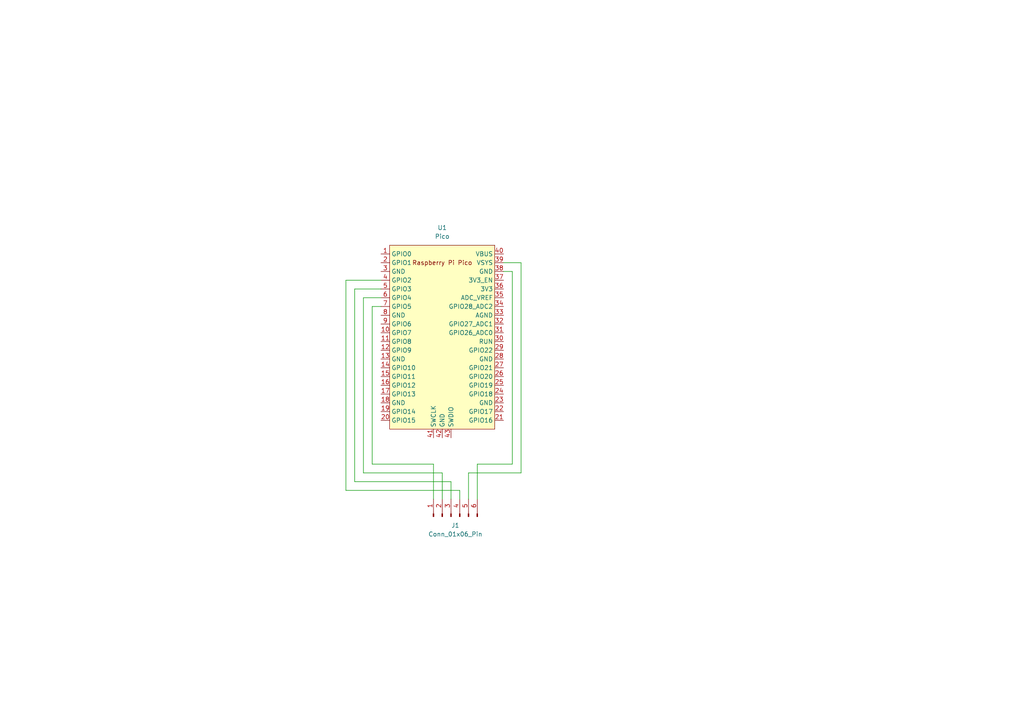
<source format=kicad_sch>
(kicad_sch (version 20230121) (generator eeschema)
  (paper "A4")
  (lib_symbols
    (symbol "Connector:Conn_01x06_Pin" (pin_names (offset 1.016) hide)
      (property "Reference" "J" (at 0 7.62 0))
      (property "Value" "Conn_01x06_Pin" (at 0 -10.16 0))
      (symbol "Conn_01x06_Pin_1_1"
        (polyline (pts (xy 1.27 -7.62) (xy 0.8636 -7.62)) (stroke (width 0.1524)))
        (polyline (pts (xy 1.27 -5.08) (xy 0.8636 -5.08)) (stroke (width 0.1524)))
        (polyline (pts (xy 1.27 -2.54) (xy 0.8636 -2.54)) (stroke (width 0.1524)))
        (polyline (pts (xy 1.27 0) (xy 0.8636 0)) (stroke (width 0.1524)))
        (polyline (pts (xy 1.27 2.54) (xy 0.8636 2.54)) (stroke (width 0.1524)))
        (polyline (pts (xy 1.27 5.08) (xy 0.8636 5.08)) (stroke (width 0.1524)))
        (rectangle (start 0.8636 -7.493) (end 0 -7.747) (stroke (width 0.1524)) (fill (type outline)))
        (rectangle (start 0.8636 -4.953) (end 0 -5.207) (stroke (width 0.1524)) (fill (type outline)))
        (rectangle (start 0.8636 -2.413) (end 0 -2.667) (stroke (width 0.1524)) (fill (type outline)))
        (rectangle (start 0.8636 0.127) (end 0 -0.127) (stroke (width 0.1524)) (fill (type outline)))
        (rectangle (start 0.8636 2.667) (end 0 2.413) (stroke (width 0.1524)) (fill (type outline)))
        (rectangle (start 0.8636 5.207) (end 0 4.953) (stroke (width 0.1524)) (fill (type outline)))
        (pin passive line (at 5.08 5.08 180) (length 3.81) (name "Pin_1") (number "1"))
        (pin passive line (at 5.08 2.54 180) (length 3.81) (name "Pin_2") (number "2"))
        (pin passive line (at 5.08 0 180) (length 3.81) (name "Pin_3") (number "3"))
        (pin passive line (at 5.08 -2.54 180) (length 3.81) (name "Pin_4") (number "4"))
        (pin passive line (at 5.08 -5.08 180) (length 3.81) (name "Pin_5") (number "5"))
        (pin passive line (at 5.08 -7.62 180) (length 3.81) (name "Pin_6") (number "6"))
      )
    )
    (symbol "MCU_RaspberryPi_and_Boards:Pico"
      (property "Reference" "U" (at -13.97 27.94 0))
      (property "Value" "Pico" (at 0 19.05 0))
      (symbol "Pico_0_0"
        (text "Raspberry Pi Pico" (at 0 21.59 0) (effects (font (size 1.27 1.27))))
      )
      (symbol "Pico_0_1"
        (rectangle (start -15.24 26.67) (end 15.24 -26.67) (fill (type background)))
      )
      (symbol "Pico_1_1"
        (pin bidirectional line (at -17.78 24.13 0) (length 2.54) (name "GPIO0") (number "1"))
        (pin bidirectional line (at -17.78 1.27 0) (length 2.54) (name "GPIO7") (number "10"))
        (pin bidirectional line (at -17.78 -1.27 0) (length 2.54) (name "GPIO8") (number "11"))
        (pin bidirectional line (at -17.78 -3.81 0) (length 2.54) (name "GPIO9") (number "12"))
        (pin power_in line (at -17.78 -6.35 0) (length 2.54) (name "GND") (number "13"))
        (pin bidirectional line (at -17.78 -8.89 0) (length 2.54) (name "GPIO10") (number "14"))
        (pin bidirectional line (at -17.78 -11.43 0) (length 2.54) (name "GPIO11") (number "15"))
        (pin bidirectional line (at -17.78 -13.97 0) (length 2.54) (name "GPIO12") (number "16"))
        (pin bidirectional line (at -17.78 -16.51 0) (length 2.54) (name "GPIO13") (number "17"))
        (pin power_in line (at -17.78 -19.05 0) (length 2.54) (name "GND") (number "18"))
        (pin bidirectional line (at -17.78 -21.59 0) (length 2.54) (name "GPIO14") (number "19"))
        (pin bidirectional line (at -17.78 21.59 0) (length 2.54) (name "GPIO1") (number "2"))
        (pin bidirectional line (at -17.78 -24.13 0) (length 2.54) (name "GPIO15") (number "20"))
        (pin bidirectional line (at 17.78 -24.13 180) (length 2.54) (name "GPIO16") (number "21"))
        (pin bidirectional line (at 17.78 -21.59 180) (length 2.54) (name "GPIO17") (number "22"))
        (pin power_in line (at 17.78 -19.05 180) (length 2.54) (name "GND") (number "23"))
        (pin bidirectional line (at 17.78 -16.51 180) (length 2.54) (name "GPIO18") (number "24"))
        (pin bidirectional line (at 17.78 -13.97 180) (length 2.54) (name "GPIO19") (number "25"))
        (pin bidirectional line (at 17.78 -11.43 180) (length 2.54) (name "GPIO20") (number "26"))
        (pin bidirectional line (at 17.78 -8.89 180) (length 2.54) (name "GPIO21") (number "27"))
        (pin power_in line (at 17.78 -6.35 180) (length 2.54) (name "GND") (number "28"))
        (pin bidirectional line (at 17.78 -3.81 180) (length 2.54) (name "GPIO22") (number "29"))
        (pin power_in line (at -17.78 19.05 0) (length 2.54) (name "GND") (number "3"))
        (pin input line (at 17.78 -1.27 180) (length 2.54) (name "RUN") (number "30"))
        (pin bidirectional line (at 17.78 1.27 180) (length 2.54) (name "GPIO26_ADC0") (number "31"))
        (pin bidirectional line (at 17.78 3.81 180) (length 2.54) (name "GPIO27_ADC1") (number "32"))
        (pin power_in line (at 17.78 6.35 180) (length 2.54) (name "AGND") (number "33"))
        (pin bidirectional line (at 17.78 8.89 180) (length 2.54) (name "GPIO28_ADC2") (number "34"))
        (pin power_in line (at 17.78 11.43 180) (length 2.54) (name "ADC_VREF") (number "35"))
        (pin power_in line (at 17.78 13.97 180) (length 2.54) (name "3V3") (number "36"))
        (pin input line (at 17.78 16.51 180) (length 2.54) (name "3V3_EN") (number "37"))
        (pin bidirectional line (at 17.78 19.05 180) (length 2.54) (name "GND") (number "38"))
        (pin power_in line (at 17.78 21.59 180) (length 2.54) (name "VSYS") (number "39"))
        (pin bidirectional line (at -17.78 16.51 0) (length 2.54) (name "GPIO2") (number "4"))
        (pin power_in line (at 17.78 24.13 180) (length 2.54) (name "VBUS") (number "40"))
        (pin input line (at -2.54 -29.21 90) (length 2.54) (name "SWCLK") (number "41"))
        (pin power_in line (at 0 -29.21 90) (length 2.54) (name "GND") (number "42"))
        (pin bidirectional line (at 2.54 -29.21 90) (length 2.54) (name "SWDIO") (number "43"))
        (pin bidirectional line (at -17.78 13.97 0) (length 2.54) (name "GPIO3") (number "5"))
        (pin bidirectional line (at -17.78 11.43 0) (length 2.54) (name "GPIO4") (number "6"))
        (pin bidirectional line (at -17.78 8.89 0) (length 2.54) (name "GPIO5") (number "7"))
        (pin power_in line (at -17.78 6.35 0) (length 2.54) (name "GND") (number "8"))
        (pin bidirectional line (at -17.78 3.81 0) (length 2.54) (name "GPIO6") (number "9"))
      )
    )
  )
  (wire (pts (xy 110.49 83.82) (xy 102.87 83.82)))
  (wire (pts (xy 110.49 81.28) (xy 100.33 81.28)))
  (wire (pts (xy 105.41 137.16) (xy 128.27 137.16)))
  (wire (pts (xy 135.89 137.16) (xy 135.89 144.78)))
  (wire (pts (xy 151.13 76.2) (xy 151.13 137.16)))
  (wire (pts (xy 130.81 139.7) (xy 130.81 144.78)))
  (wire (pts (xy 102.87 139.7) (xy 130.81 139.7)))
  (wire (pts (xy 138.43 134.62) (xy 138.43 144.78)))
  (wire (pts (xy 151.13 76.2) (xy 146.05 76.2)))
  (wire (pts (xy 125.73 134.62) (xy 125.73 144.78)))
  (wire (pts (xy 133.35 142.24) (xy 133.35 144.78)))
  (wire (pts (xy 151.13 137.16) (xy 135.89 137.16)))
  (wire (pts (xy 107.95 134.62) (xy 125.73 134.62)))
  (wire (pts (xy 107.95 88.9) (xy 107.95 134.62)))
  (wire (pts (xy 110.49 88.9) (xy 107.95 88.9)))
  (wire (pts (xy 100.33 142.24) (xy 133.35 142.24)))
  (wire (pts (xy 148.59 134.62) (xy 138.43 134.62)))
  (wire (pts (xy 105.41 86.36) (xy 105.41 137.16)))
  (wire (pts (xy 110.49 86.36) (xy 105.41 86.36)))
  (wire (pts (xy 128.27 137.16) (xy 128.27 144.78)))
  (wire (pts (xy 102.87 83.82) (xy 102.87 139.7)))
  (wire (pts (xy 100.33 81.28) (xy 100.33 142.24)))
  (wire (pts (xy 148.59 78.74) (xy 146.05 78.74)))
  (wire (pts (xy 148.59 78.74) (xy 148.59 134.62)))
  (symbol (lib_id "Connector:Conn_01x06_Pin") (at 130.81 149.86 90) (unit 1)
    (property "Reference" "J1" (at 132.08 152.4 90))
    (property "Value" "Conn_01x06_Pin" (at 132.08 154.94 90))
    (property "Footprint" "Connector_PinHeader_2.54mm:PinHeader_1x06_P2.54mm_Horizontal" (effects hide))
  )
  (symbol (lib_id "MCU_RaspberryPi_and_Boards:Pico") (at 128.27 97.79 0) (unit 1)
    (property "Reference" "U1" (at 128.27 66.04 0))
    (property "Value" "Pico" (at 128.27 68.58 0))
    (property "Footprint" "MCU_RaspberryPi_and_Boards:RPi_Pico_SMD_TH" (effects hide))
  )
)
</source>
